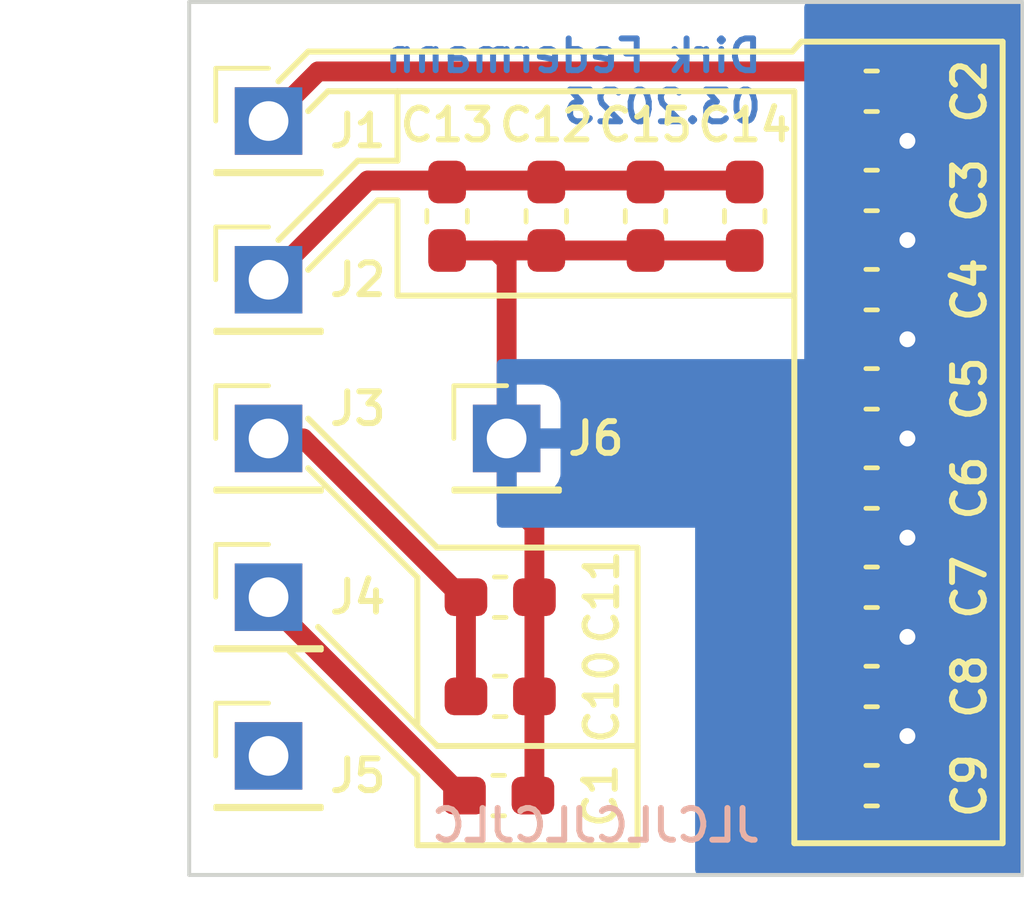
<source format=kicad_pcb>
(kicad_pcb (version 20221018) (generator pcbnew)
  (layers (0 "F.Cu" signal) (31 "B.Cu" signal) (34 "B.Paste" user) (35 "F.Paste" user) (36 "B.SilkS" user "B.Silkscreen") (37 "F.SilkS" user "F.Silkscreen") (38 "B.Mask" user) (39 "F.Mask" user) (44 "Edge.Cuts" user))
  (net 0 "")
  (net 1 "/1")
  (net 2 "Net-(C1-Pad2)")
  (net 3 "/8")
  (net 4 "/2")
  (net 5 "/4")
  (footprint "Capacitor_SMD:C_0603_1608Metric_Pad1.08x0.95mm_HandSolder" (layer "F.Cu") (at 118.2 119.75)
    (fp_text reference "C9" (at 2.4625 0 90) (layer "F.SilkS") (effects (font (size 0.8 0.8))))
    (fp_text value "C")
    (fp_line (start -0.146267 -0.51) (end 0.146267 -0.51) (stroke (width 0.12)) (layer "F.SilkS"))
    (fp_line (start -0.146267 0.51) (end 0.146267 0.51) (stroke (width 0.12)) (layer "F.SilkS"))
    (pad "1" smd roundrect (at -0.8625 0) (size 1.075 0.95) (layers "F.Cu" "F.Paste" "F.Mask") (net 3 "/8"))
    (pad "2" smd roundrect (at 0.8625 0) (size 1.075 0.95) (layers "F.Cu" "F.Paste" "F.Mask") (net 2 "Net-(C1-Pad2)"))
  )
  (footprint "Capacitor_SMD:C_0603_1608Metric_Pad1.08x0.95mm_HandSolder" (layer "F.Cu") (at 118.2 117.25)
    (fp_text reference "C8" (at 2.4625 0 90) (layer "F.SilkS") (effects (font (size 0.8 0.8))))
    (fp_text value "C")
    (fp_line (start -0.146267 -0.51) (end 0.146267 -0.51) (stroke (width 0.12)) (layer "F.SilkS"))
    (fp_line (start -0.146267 0.51) (end 0.146267 0.51) (stroke (width 0.12)) (layer "F.SilkS"))
    (pad "1" smd roundrect (at -0.8625 0) (size 1.075 0.95) (layers "F.Cu" "F.Paste" "F.Mask") (net 3 "/8"))
    (pad "2" smd roundrect (at 0.8625 0) (size 1.075 0.95) (layers "F.Cu" "F.Paste" "F.Mask") (net 2 "Net-(C1-Pad2)"))
  )
  (footprint "Capacitor_SMD:C_0603_1608Metric_Pad1.08x0.95mm_HandSolder" (layer "F.Cu") (at 110 105.4 -90)
    (fp_text reference "C12" (at -2.3 0) (layer "F.SilkS") (effects (font (size 0.8 0.8))))
    (fp_text value "C")
    (fp_line (start -0.146267 -0.51) (end 0.146267 -0.51) (stroke (width 0.12)) (layer "F.SilkS"))
    (fp_line (start -0.146267 0.51) (end 0.146267 0.51) (stroke (width 0.12)) (layer "F.SilkS"))
    (pad "1" smd roundrect (at -0.8625 0 270) (size 1.075 0.95) (layers "F.Cu" "F.Paste" "F.Mask") (net 5 "/4"))
    (pad "2" smd roundrect (at 0.8625 0 270) (size 1.075 0.95) (layers "F.Cu" "F.Paste" "F.Mask") (net 2 "Net-(C1-Pad2)"))
  )
  (footprint "Connector_PinHeader_2.54mm:PinHeader_1x01_P2.54mm_Vertical" (layer "F.Cu") (at 103 115)
    (fp_text reference "J4" (at 2.25 0) (layer "F.SilkS") (effects (font (size 0.8 0.8))))
    (fp_text value "Conn_01x01_Male")
    (fp_line (start -1.33 -1.33) (end 0 -1.33) (stroke (width 0.12)) (layer "F.SilkS"))
    (fp_line (start -1.33 0) (end -1.33 -1.33) (stroke (width 0.12)) (layer "F.SilkS"))
    (fp_line (start -1.33 1.27) (end -1.33 1.33) (stroke (width 0.12)) (layer "F.SilkS"))
    (fp_line (start -1.33 1.27) (end 1.33 1.27) (stroke (width 0.12)) (layer "F.SilkS"))
    (fp_line (start -1.33 1.33) (end 1.33 1.33) (stroke (width 0.12)) (layer "F.SilkS"))
    (fp_line (start 1.33 1.27) (end 1.33 1.33) (stroke (width 0.12)) (layer "F.SilkS"))
    (pad "1" thru_hole rect (at 0 0) (size 1.7 1.7) (drill 1) (layers "*.Cu" "*.Mask") (net 1 "/1"))
  )
  (footprint "Connector_PinHeader_2.54mm:PinHeader_1x01_P2.54mm_Vertical" (layer "F.Cu") (at 103 119)
    (fp_text reference "J5" (at 2.25 0.5) (layer "F.SilkS") (effects (font (size 0.8 0.8))))
    (fp_text value "Conn_01x01_Male")
    (fp_line (start -1.33 -1.33) (end 0 -1.33) (stroke (width 0.12)) (layer "F.SilkS"))
    (fp_line (start -1.33 0) (end -1.33 -1.33) (stroke (width 0.12)) (layer "F.SilkS"))
    (fp_line (start -1.33 1.27) (end -1.33 1.33) (stroke (width 0.12)) (layer "F.SilkS"))
    (fp_line (start -1.33 1.27) (end 1.33 1.27) (stroke (width 0.12)) (layer "F.SilkS"))
    (fp_line (start -1.33 1.33) (end 1.33 1.33) (stroke (width 0.12)) (layer "F.SilkS"))
    (fp_line (start 1.33 1.27) (end 1.33 1.33) (stroke (width 0.12)) (layer "F.SilkS"))
    (pad "1" thru_hole rect (at 0 0) (size 1.7 1.7) (drill 1) (layers "*.Cu" "*.Mask"))
  )
  (footprint "Capacitor_SMD:C_0603_1608Metric_Pad1.08x0.95mm_HandSolder" (layer "F.Cu") (at 112.5 105.4 -90)
    (fp_text reference "C15" (at -2.3 0 180) (layer "F.SilkS") (effects (font (size 0.8 0.8))))
    (fp_text value "C")
    (fp_line (start -0.146267 -0.51) (end 0.146267 -0.51) (stroke (width 0.12)) (layer "F.SilkS"))
    (fp_line (start -0.146267 0.51) (end 0.146267 0.51) (stroke (width 0.12)) (layer "F.SilkS"))
    (pad "1" smd roundrect (at -0.8625 0 270) (size 1.075 0.95) (layers "F.Cu" "F.Paste" "F.Mask") (net 5 "/4"))
    (pad "2" smd roundrect (at 0.8625 0 270) (size 1.075 0.95) (layers "F.Cu" "F.Paste" "F.Mask") (net 2 "Net-(C1-Pad2)"))
  )
  (footprint "Capacitor_SMD:C_0603_1608Metric_Pad1.08x0.95mm_HandSolder" (layer "F.Cu") (at 107.5 105.4 -90)
    (fp_text reference "C13" (at -2.3 0 180) (layer "F.SilkS") (effects (font (size 0.8 0.8))))
    (fp_text value "C")
    (fp_line (start -0.146267 -0.51) (end 0.146267 -0.51) (stroke (width 0.12)) (layer "F.SilkS"))
    (fp_line (start -0.146267 0.51) (end 0.146267 0.51) (stroke (width 0.12)) (layer "F.SilkS"))
    (pad "1" smd roundrect (at -0.8625 0 270) (size 1.075 0.95) (layers "F.Cu" "F.Paste" "F.Mask") (net 5 "/4"))
    (pad "2" smd roundrect (at 0.8625 0 270) (size 1.075 0.95) (layers "F.Cu" "F.Paste" "F.Mask") (net 2 "Net-(C1-Pad2)"))
  )
  (footprint "Connector_PinHeader_2.54mm:PinHeader_1x01_P2.54mm_Vertical" (layer "F.Cu") (at 103 103)
    (fp_text reference "J1" (at 2.25 0.25) (layer "F.SilkS") (effects (font (size 0.8 0.8))))
    (fp_text value "Conn_01x01_Male")
    (fp_line (start -1.33 -1.33) (end 0 -1.33) (stroke (width 0.12)) (layer "F.SilkS"))
    (fp_line (start -1.33 0) (end -1.33 -1.33) (stroke (width 0.12)) (layer "F.SilkS"))
    (fp_line (start -1.33 1.27) (end -1.33 1.33) (stroke (width 0.12)) (layer "F.SilkS"))
    (fp_line (start -1.33 1.27) (end 1.33 1.27) (stroke (width 0.12)) (layer "F.SilkS"))
    (fp_line (start -1.33 1.33) (end 1.33 1.33) (stroke (width 0.12)) (layer "F.SilkS"))
    (fp_line (start 1.33 1.27) (end 1.33 1.33) (stroke (width 0.12)) (layer "F.SilkS"))
    (pad "1" thru_hole rect (at 0 0) (size 1.7 1.7) (drill 1) (layers "*.Cu" "*.Mask") (net 3 "/8"))
  )
  (footprint "Connector_PinHeader_2.54mm:PinHeader_1x01_P2.54mm_Vertical" (layer "F.Cu") (at 109 111)
    (fp_text reference "J6" (at 2.25 0) (layer "F.SilkS") (effects (font (size 0.8 0.8))))
    (fp_text value "Conn_01x01_Male")
    (fp_line (start -1.33 -1.33) (end 0 -1.33) (stroke (width 0.12)) (layer "F.SilkS"))
    (fp_line (start -1.33 0) (end -1.33 -1.33) (stroke (width 0.12)) (layer "F.SilkS"))
    (fp_line (start -1.33 1.27) (end -1.33 1.33) (stroke (width 0.12)) (layer "F.SilkS"))
    (fp_line (start -1.33 1.27) (end 1.33 1.27) (stroke (width 0.12)) (layer "F.SilkS"))
    (fp_line (start -1.33 1.33) (end 1.33 1.33) (stroke (width 0.12)) (layer "F.SilkS"))
    (fp_line (start 1.33 1.27) (end 1.33 1.33) (stroke (width 0.12)) (layer "F.SilkS"))
    (pad "1" thru_hole rect (at 0 0) (size 1.7 1.7) (drill 1) (layers "*.Cu" "*.Mask") (net 2 "Net-(C1-Pad2)"))
  )
  (footprint "Capacitor_SMD:C_0603_1608Metric_Pad1.08x0.95mm_HandSolder" (layer "F.Cu") (at 108.8375 117.5)
    (fp_text reference "C10" (at 2.5625 0 90) (layer "F.SilkS") (effects (font (size 0.8 0.8))))
    (fp_text value "C")
    (fp_line (start -0.146267 -0.51) (end 0.146267 -0.51) (stroke (width 0.12)) (layer "F.SilkS"))
    (fp_line (start -0.146267 0.51) (end 0.146267 0.51) (stroke (width 0.12)) (layer "F.SilkS"))
    (pad "1" smd roundrect (at -0.8625 0) (size 1.075 0.95) (layers "F.Cu" "F.Paste" "F.Mask") (net 4 "/2"))
    (pad "2" smd roundrect (at 0.8625 0) (size 1.075 0.95) (layers "F.Cu" "F.Paste" "F.Mask") (net 2 "Net-(C1-Pad2)"))
  )
  (footprint "Capacitor_SMD:C_0603_1608Metric_Pad1.08x0.95mm_HandSolder" (layer "F.Cu") (at 115 105.4 -90)
    (fp_text reference "C14" (at -2.3 0 180) (layer "F.SilkS") (effects (font (size 0.8 0.8))))
    (fp_text value "C")
    (fp_line (start -0.146267 -0.51) (end 0.146267 -0.51) (stroke (width 0.12)) (layer "F.SilkS"))
    (fp_line (start -0.146267 0.51) (end 0.146267 0.51) (stroke (width 0.12)) (layer "F.SilkS"))
    (pad "1" smd roundrect (at -0.8625 0 270) (size 1.075 0.95) (layers "F.Cu" "F.Paste" "F.Mask") (net 5 "/4"))
    (pad "2" smd roundrect (at 0.8625 0 270) (size 1.075 0.95) (layers "F.Cu" "F.Paste" "F.Mask") (net 2 "Net-(C1-Pad2)"))
  )
  (footprint "Capacitor_SMD:C_0603_1608Metric_Pad1.08x0.95mm_HandSolder" (layer "F.Cu") (at 118.2 114.75)
    (fp_text reference "C7" (at 2.4625 0 90) (layer "F.SilkS") (effects (font (size 0.8 0.8))))
    (fp_text value "C")
    (fp_line (start -0.146267 -0.51) (end 0.146267 -0.51) (stroke (width 0.12)) (layer "F.SilkS"))
    (fp_line (start -0.146267 0.51) (end 0.146267 0.51) (stroke (width 0.12)) (layer "F.SilkS"))
    (pad "1" smd roundrect (at -0.8625 0) (size 1.075 0.95) (layers "F.Cu" "F.Paste" "F.Mask") (net 3 "/8"))
    (pad "2" smd roundrect (at 0.8625 0) (size 1.075 0.95) (layers "F.Cu" "F.Paste" "F.Mask") (net 2 "Net-(C1-Pad2)"))
  )
  (footprint "Capacitor_SMD:C_0603_1608Metric_Pad1.08x0.95mm_HandSolder" (layer "F.Cu") (at 118.2 104.75)
    (fp_text reference "C3" (at 2.4625 0 90) (layer "F.SilkS") (effects (font (size 0.8 0.8))))
    (fp_text value "C")
    (fp_line (start -0.146267 -0.51) (end 0.146267 -0.51) (stroke (width 0.12)) (layer "F.SilkS"))
    (fp_line (start -0.146267 0.51) (end 0.146267 0.51) (stroke (width 0.12)) (layer "F.SilkS"))
    (pad "1" smd roundrect (at -0.8625 0) (size 1.075 0.95) (layers "F.Cu" "F.Paste" "F.Mask") (net 3 "/8"))
    (pad "2" smd roundrect (at 0.8625 0) (size 1.075 0.95) (layers "F.Cu" "F.Paste" "F.Mask") (net 2 "Net-(C1-Pad2)"))
  )
  (footprint "Connector_PinHeader_2.54mm:PinHeader_1x01_P2.54mm_Vertical" (layer "F.Cu") (at 103 111)
    (fp_text reference "J3" (at 2.25 -0.75) (layer "F.SilkS") (effects (font (size 0.8 0.8))))
    (fp_text value "Conn_01x01_Male")
    (fp_line (start -1.33 -1.33) (end 0 -1.33) (stroke (width 0.12)) (layer "F.SilkS"))
    (fp_line (start -1.33 0) (end -1.33 -1.33) (stroke (width 0.12)) (layer "F.SilkS"))
    (fp_line (start -1.33 1.27) (end -1.33 1.33) (stroke (width 0.12)) (layer "F.SilkS"))
    (fp_line (start -1.33 1.27) (end 1.33 1.27) (stroke (width 0.12)) (layer "F.SilkS"))
    (fp_line (start -1.33 1.33) (end 1.33 1.33) (stroke (width 0.12)) (layer "F.SilkS"))
    (fp_line (start 1.33 1.27) (end 1.33 1.33) (stroke (width 0.12)) (layer "F.SilkS"))
    (pad "1" thru_hole rect (at 0 0) (size 1.7 1.7) (drill 1) (layers "*.Cu" "*.Mask") (net 4 "/2"))
  )
  (footprint "Capacitor_SMD:C_0603_1608Metric_Pad1.08x0.95mm_HandSolder" (layer "F.Cu") (at 118.2 107.25)
    (fp_text reference "C4" (at 2.4625 0 90) (layer "F.SilkS") (effects (font (size 0.8 0.8))))
    (fp_text value "C")
    (fp_line (start -0.146267 -0.51) (end 0.146267 -0.51) (stroke (width 0.12)) (layer "F.SilkS"))
    (fp_line (start -0.146267 0.51) (end 0.146267 0.51) (stroke (width 0.12)) (layer "F.SilkS"))
    (pad "1" smd roundrect (at -0.8625 0) (size 1.075 0.95) (layers "F.Cu" "F.Paste" "F.Mask") (net 3 "/8"))
    (pad "2" smd roundrect (at 0.8625 0) (size 1.075 0.95) (layers "F.Cu" "F.Paste" "F.Mask") (net 2 "Net-(C1-Pad2)"))
  )
  (footprint "Capacitor_SMD:C_0603_1608Metric_Pad1.08x0.95mm_HandSolder" (layer "F.Cu") (at 118.2 102.25)
    (fp_text reference "C2" (at 2.4625 0 90) (layer "F.SilkS") (effects (font (size 0.8 0.8))))
    (fp_text value "C")
    (fp_line (start -0.146267 -0.51) (end 0.146267 -0.51) (stroke (width 0.12)) (layer "F.SilkS"))
    (fp_line (start -0.146267 0.51) (end 0.146267 0.51) (stroke (width 0.12)) (layer "F.SilkS"))
    (pad "1" smd roundrect (at -0.8625 0) (size 1.075 0.95) (layers "F.Cu" "F.Paste" "F.Mask") (net 3 "/8"))
    (pad "2" smd roundrect (at 0.8625 0) (size 1.075 0.95) (layers "F.Cu" "F.Paste" "F.Mask") (net 2 "Net-(C1-Pad2)"))
  )
  (footprint "Capacitor_SMD:C_0603_1608Metric_Pad1.08x0.95mm_HandSolder" (layer "F.Cu") (at 118.2 112.25)
    (fp_text reference "C6" (at 2.4625 0 90) (layer "F.SilkS") (effects (font (size 0.8 0.8))))
    (fp_text value "C")
    (fp_line (start -0.146267 -0.51) (end 0.146267 -0.51) (stroke (width 0.12)) (layer "F.SilkS"))
    (fp_line (start -0.146267 0.51) (end 0.146267 0.51) (stroke (width 0.12)) (layer "F.SilkS"))
    (pad "1" smd roundrect (at -0.8625 0) (size 1.075 0.95) (layers "F.Cu" "F.Paste" "F.Mask") (net 3 "/8"))
    (pad "2" smd roundrect (at 0.8625 0) (size 1.075 0.95) (layers "F.Cu" "F.Paste" "F.Mask") (net 2 "Net-(C1-Pad2)"))
  )
  (footprint "Capacitor_SMD:C_0603_1608Metric_Pad1.08x0.95mm_HandSolder" (layer "F.Cu") (at 108.8375 115)
    (fp_text reference "C11" (at 2.5625 0 90) (layer "F.SilkS") (effects (font (size 0.8 0.8))))
    (fp_text value "C")
    (fp_line (start -0.146267 -0.51) (end 0.146267 -0.51) (stroke (width 0.12)) (layer "F.SilkS"))
    (fp_line (start -0.146267 0.51) (end 0.146267 0.51) (stroke (width 0.12)) (layer "F.SilkS"))
    (pad "1" smd roundrect (at -0.8625 0) (size 1.075 0.95) (layers "F.Cu" "F.Paste" "F.Mask") (net 4 "/2"))
    (pad "2" smd roundrect (at 0.8625 0) (size 1.075 0.95) (layers "F.Cu" "F.Paste" "F.Mask") (net 2 "Net-(C1-Pad2)"))
  )
  (footprint "Connector_PinHeader_2.54mm:PinHeader_1x01_P2.54mm_Vertical" (layer "F.Cu") (at 103 107)
    (fp_text reference "J2" (at 2.25 0) (layer "F.SilkS") (effects (font (size 0.8 0.8))))
    (fp_text value "Conn_01x01_Male")
    (fp_line (start -1.33 -1.33) (end 0 -1.33) (stroke (width 0.12)) (layer "F.SilkS"))
    (fp_line (start -1.33 0) (end -1.33 -1.33) (stroke (width 0.12)) (layer "F.SilkS"))
    (fp_line (start -1.33 1.27) (end -1.33 1.33) (stroke (width 0.12)) (layer "F.SilkS"))
    (fp_line (start -1.33 1.27) (end 1.33 1.27) (stroke (width 0.12)) (layer "F.SilkS"))
    (fp_line (start -1.33 1.33) (end 1.33 1.33) (stroke (width 0.12)) (layer "F.SilkS"))
    (fp_line (start 1.33 1.27) (end 1.33 1.33) (stroke (width 0.12)) (layer "F.SilkS"))
    (pad "1" thru_hole rect (at 0 0) (size 1.7 1.7) (drill 1) (layers "*.Cu" "*.Mask") (net 5 "/4"))
  )
  (footprint "Capacitor_SMD:C_0603_1608Metric_Pad1.08x0.95mm_HandSolder" (layer "F.Cu") (at 118.2 109.75)
    (fp_text reference "C5" (at 2.4625 0 90) (layer "F.SilkS") (effects (font (size 0.8 0.8))))
    (fp_text value "C")
    (fp_line (start -0.146267 -0.51) (end 0.146267 -0.51) (stroke (width 0.12)) (layer "F.SilkS"))
    (fp_line (start -0.146267 0.51) (end 0.146267 0.51) (stroke (width 0.12)) (layer "F.SilkS"))
    (pad "1" smd roundrect (at -0.8625 0) (size 1.075 0.95) (layers "F.Cu" "F.Paste" "F.Mask") (net 3 "/8"))
    (pad "2" smd roundrect (at 0.8625 0) (size 1.075 0.95) (layers "F.Cu" "F.Paste" "F.Mask") (net 2 "Net-(C1-Pad2)"))
  )
  (footprint "Capacitor_SMD:C_0603_1608Metric_Pad1.08x0.95mm_HandSolder" (layer "F.Cu") (at 108.8 120)
    (fp_text reference "C1" (at 2.5625 0 90) (layer "F.SilkS") (effects (font (size 0.8 0.8))))
    (fp_text value "C")
    (fp_line (start -0.146267 -0.51) (end 0.146267 -0.51) (stroke (width 0.12)) (layer "F.SilkS"))
    (fp_line (start -0.146267 0.51) (end 0.146267 0.51) (stroke (width 0.12)) (layer "F.SilkS"))
    (pad "1" smd roundrect (at -0.8625 0) (size 1.075 0.95) (layers "F.Cu" "F.Paste" "F.Mask") (net 1 "/1"))
    (pad "2" smd roundrect (at 0.8625 0) (size 1.075 0.95) (layers "F.Cu" "F.Paste" "F.Mask") (net 2 "Net-(C1-Pad2)"))
  )
  (gr_line (start 105.25 104) (end 103.25 106) (stroke (width 0.15)) (layer "F.SilkS"))
  (gr_line (start 112.3 121.25) (end 106.75 121.25) (stroke (width 0.15)) (layer "F.SilkS"))
  (gr_line (start 107.25 118.75) (end 112.3 118.75) (stroke (width 0.15)) (layer "F.SilkS"))
  (gr_line (start 106.75 114.5) (end 106.75 118.25) (stroke (width 0.15)) (layer "F.SilkS"))
  (gr_line (start 104 101.25) (end 103.25 102) (stroke (width 0.15)) (layer "F.SilkS"))
  (gr_line (start 106.25 104) (end 105.25 104) (stroke (width 0.15)) (layer "F.SilkS"))
  (gr_line (start 106.75 118.25) (end 104.25 115.75) (stroke (width 0.15)) (layer "F.SilkS"))
  (gr_line (start 112.3 118.75) (end 112.3 113.75) (stroke (width 0.15)) (layer "F.SilkS"))
  (gr_line (start 121.5 121.2) (end 116.25 121.2) (stroke (width 0.15)) (layer "F.SilkS"))
  (gr_line (start 106.75 114.5) (end 104 111.75) (stroke (width 0.15)) (layer "F.SilkS"))
  (gr_line (start 106.75 119.5) (end 103.5 116.33) (stroke (width 0.15)) (layer "F.SilkS"))
  (gr_line (start 121.5 101) (end 121.5 121.2) (stroke (width 0.15)) (layer "F.SilkS"))
  (gr_line (start 106.25 105) (end 106.25 107.4) (stroke (width 0.15)) (layer "F.SilkS"))
  (gr_line (start 106.25 102.25) (end 104.5 102.25) (stroke (width 0.15)) (layer "F.SilkS"))
  (gr_line (start 106.75 118.25) (end 107.25 118.75) (stroke (width 0.15)) (layer "F.SilkS"))
  (gr_line (start 116.425 101) (end 121.5 101) (stroke (width 0.15)) (layer "F.SilkS"))
  (gr_line (start 106.75 121.25) (end 106.75 119.5) (stroke (width 0.15)) (layer "F.SilkS"))
  (gr_line (start 112.3 113.75) (end 107.25 113.75) (stroke (width 0.15)) (layer "F.SilkS"))
  (gr_line (start 116.25 107.4) (end 106.25 107.4) (stroke (width 0.15)) (layer "F.SilkS"))
  (gr_line (start 107.25 113.75) (end 104 110.5) (stroke (width 0.15)) (layer "F.SilkS"))
  (gr_line (start 116.25 102.25) (end 116.25 121.2) (stroke (width 0.15)) (layer "F.SilkS"))
  (gr_line (start 106.25 102.25) (end 116.25 102.25) (stroke (width 0.15)) (layer "F.SilkS"))
  (gr_line (start 104.5 102.25) (end 104 102.75) (stroke (width 0.15)) (layer "F.SilkS"))
  (gr_line (start 116.425 101) (end 116.2 101.25) (stroke (width 0.15)) (layer "F.SilkS"))
  (gr_line (start 105.75 105) (end 104 106.75) (stroke (width 0.15)) (layer "F.SilkS"))
  (gr_line (start 106.25 104) (end 106.25 102.25) (stroke (width 0.15)) (layer "F.SilkS"))
  (gr_line (start 116.2 101.25) (end 104 101.25) (stroke (width 0.15)) (layer "F.SilkS"))
  (gr_line (start 106.25 105) (end 105.75 105) (stroke (width 0.15)) (layer "F.SilkS"))
  (gr_line (start 112.3 118.75) (end 112.3 121.25) (stroke (width 0.15)) (layer "F.SilkS"))
  (gr_line (start 101 100) (end 122 100) (stroke (width 0.1)) (layer "Edge.Cuts"))
  (gr_line (start 122 100) (end 122 122) (stroke (width 0.1)) (layer "Edge.Cuts"))
  (gr_line (start 122 122) (end 101 122) (stroke (width 0.1)) (layer "Edge.Cuts"))
  (gr_line (start 101 100) (end 101 122) (stroke (width 0.1)) (layer "Edge.Cuts"))
  (gr_text "Dirk Federmann\n03.2023" (at 115.5 102) (layer "B.Cu") (effects (font (size 0.8 0.8)) (justify left mirror)))
  (gr_text "JLCJLCJLCJLC" (at 111.25 120.75) (layer "B.SilkS") (effects (font (size 0.8 0.8)) (justify mirror)))
  (segment (start 107.875 120) (end 103 115.125) (width 0.5) (layer "F.Cu") (net 1))
  (segment (start 103 115.125) (end 103 115) (width 0.5) (layer "F.Cu") (net 1))
  (segment (start 109.7 113.2) (end 109.7 115) (width 0.5) (layer "F.Cu") (net 2))
  (segment (start 109.7 119.9625) (end 109.6625 120) (width 0.5) (layer "F.Cu") (net 2))
  (segment (start 115 106.2625) (end 108.7375 106.2625) (width 0.5) (layer "F.Cu") (net 2))
  (segment (start 109.7 117.5) (end 109.7 119.9625) (width 0.5) (layer "F.Cu") (net 2))
  (segment (start 109 106.525) (end 108.7375 106.2625) (width 0.5) (layer "F.Cu") (net 2))
  (segment (start 109 111) (end 109 106.525) (width 0.5) (layer "F.Cu") (net 2))
  (segment (start 109.7 117.5) (end 109.7 115) (width 0.5) (layer "F.Cu") (net 2))
  (segment (start 109 112.5) (end 109.7 113.2) (width 0.5) (layer "F.Cu") (net 2))
  (segment (start 108.7375 106.2625) (end 107.5 106.2625) (width 0.5) (layer "F.Cu") (net 2))
  (segment (start 119.0625 119.75) (end 119.0625 102.25) (width 0.5) (layer "F.Cu") (net 2))
  (segment (start 109 111) (end 109 112.5) (width 0.5) (layer "F.Cu") (net 2))
  (via (at 119.1 118.5) (size 0.8) (drill 0.4) (layers "F.Cu" "B.Cu") (net 2))
  (via (at 119.1 113.5) (size 0.8) (drill 0.4) (layers "F.Cu" "B.Cu") (net 2))
  (via (at 119.1 106) (size 0.8) (drill 0.4) (layers "F.Cu" "B.Cu") (net 2))
  (via (at 119.1 103.5) (size 0.8) (drill 0.4) (layers "F.Cu" "B.Cu") (net 2))
  (via (at 119.1 108.5) (size 0.8) (drill 0.4) (layers "F.Cu" "B.Cu") (net 2))
  (via (at 119.1 111) (size 0.8) (drill 0.4) (layers "F.Cu" "B.Cu") (net 2))
  (via (at 119.1 116) (size 0.8) (drill 0.4) (layers "F.Cu" "B.Cu") (net 2))
  (segment (start 119.1 111) (end 109 111) (width 0.5) (layer "B.Cu") (net 2))
  (segment (start 117.3375 102.25) (end 117.3375 119.75) (width 0.5) (layer "F.Cu") (net 3))
  (segment (start 116.8375 101.75) (end 117.3375 102.25) (width 0.5) (layer "F.Cu") (net 3))
  (segment (start 103 103) (end 104.25 101.75) (width 0.5) (layer "F.Cu") (net 3))
  (segment (start 104.25 101.75) (end 116.8375 101.75) (width 0.5) (layer "F.Cu") (net 3))
  (segment (start 107.975 117.5) (end 107.975 115) (width 0.5) (layer "F.Cu") (net 4))
  (segment (start 103.875 111) (end 103 111) (width 0.5) (layer "F.Cu") (net 4))
  (segment (start 107.875 115) (end 103.875 111) (width 0.5) (layer "F.Cu") (net 4))
  (segment (start 103 107) (end 103.0875 107) (width 0.5) (layer "F.Cu") (net 5))
  (segment (start 105.5 104.5) (end 114.9625 104.5) (width 0.5) (layer "F.Cu") (net 5))
  (segment (start 103 107) (end 105.5 104.5) (width 0.5) (layer "F.Cu") (net 5))
  (segment (start 114.9625 104.5) (end 115 104.5375) (width 0.5) (layer "F.Cu") (net 5))
  (zone (net 0) (net_name "") (layer "B.Cu") (connect_pads (clearance 0)) (min_thickness 0.254)
    (keepout (tracks not_allowed) (vias not_allowed) (pads not_allowed) (copperpour not_allowed) (footprints allowed))
    (fill (thermal_gap 0.508) (thermal_bridge_width 0.508))
    (polygon (pts (xy 116.5 109) (xy 108.75 109) (xy 108.75 113.25) (xy 113.75 113.25) (xy 113.75 122) (xy 105 122) (xy 105 100) (xy 116.5 100)))
  )
  (zone (net 2) (net_name "Net-(C1-Pad2)") (layer "B.Cu") (connect_pads (clearance 0.508)) (min_thickness 0.254) (fill yes (thermal_gap 0.508) (thermal_bridge_width 0.508))
    (polygon (pts (xy 122 122) (xy 101 122) (xy 101 100) (xy 122 100)))
  )
)
</source>
